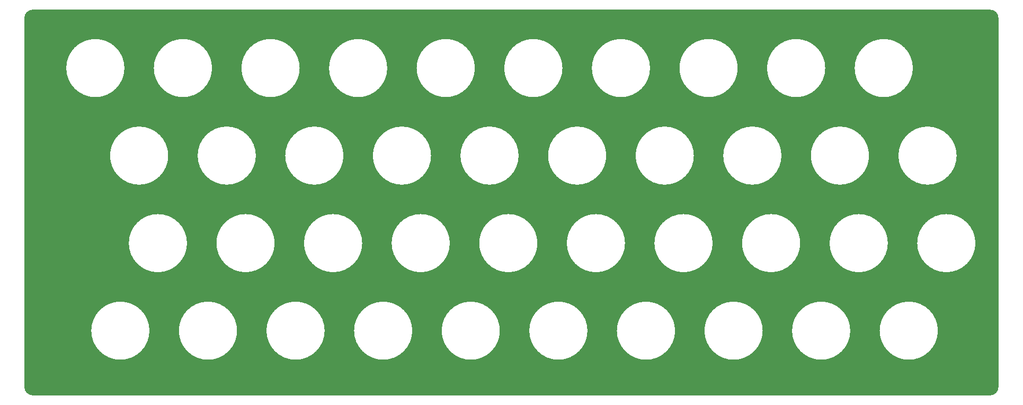
<source format=gbr>
G04 GENERATED BY PULSONIX 12.5 GERBER.DLL 9449*
G04 #@! TF.GenerationSoftware,Pulsonix,Pulsonix,12.5.9449*
G04 #@! TF.CreationDate,2024-10-04T20:16:51--1:00*
G04 #@! TF.Part,Single*
%FSLAX35Y35*%
%LPD*%
%MOMM*%
G04 #@! TF.FileFunction,Copper,L2,Bot*
G04 #@! TF.FilePolarity,Positive*
G04 #@! TA.AperFunction,OtherCopper,Copper*
%ADD10C,0.50000*%
G04 #@! TA.AperFunction,ViaPad*
%ADD12C,0.80000*%
G04 #@! TD.AperFunction*
X0Y0D02*
D02*
D10*
X1040800Y6650000D02*
Y750000D01*
G75*
G03*
X1150000Y640800I109200J0D01*
G01*
X16450000D01*
G75*
G03*
X16559200Y750000I0J109200D01*
G01*
Y6650000D01*
G75*
G03*
X16450000Y6759200I-109200J0D01*
G01*
X1150000D01*
G75*
G03*
X1040800Y6650000I0J-109200D01*
G01*
X2640240Y5850000D02*
G75*
G02*
X1659760I-490240J0D01*
G01*
G75*
G02*
X2640240I490240J0D01*
G01*
X3040240Y1650000D02*
G75*
G02*
X2059760I-490240J0D01*
G01*
G75*
G02*
X3040240I490240J0D01*
G01*
X3340240Y4450000D02*
G75*
G02*
X2359760I-490240J0D01*
G01*
G75*
G02*
X3340240I490240J0D01*
G01*
X3640240Y3050000D02*
G75*
G02*
X2659760I-490240J0D01*
G01*
G75*
G02*
X3640240I490240J0D01*
G01*
X4440240Y1650000D02*
G75*
G02*
X3459760I-490240J0D01*
G01*
G75*
G02*
X4440240I490240J0D01*
G01*
X4040240Y5850000D02*
G75*
G02*
X3059760I-490240J0D01*
G01*
G75*
G02*
X4040240I490240J0D01*
G01*
X4740240Y4450000D02*
G75*
G02*
X3759760I-490240J0D01*
G01*
G75*
G02*
X4740240I490240J0D01*
G01*
X5040240Y3050000D02*
G75*
G02*
X4059760I-490240J0D01*
G01*
G75*
G02*
X5040240I490240J0D01*
G01*
X5840240Y1650000D02*
G75*
G02*
X4859760I-490240J0D01*
G01*
G75*
G02*
X5840240I490240J0D01*
G01*
X5440240Y5850000D02*
G75*
G02*
X4459760I-490240J0D01*
G01*
G75*
G02*
X5440240I490240J0D01*
G01*
X6140240Y4450000D02*
G75*
G02*
X5159760I-490240J0D01*
G01*
G75*
G02*
X6140240I490240J0D01*
G01*
X6440240Y3050000D02*
G75*
G02*
X5459760I-490240J0D01*
G01*
G75*
G02*
X6440240I490240J0D01*
G01*
X7240240Y1650000D02*
G75*
G02*
X6259760I-490240J0D01*
G01*
G75*
G02*
X7240240I490240J0D01*
G01*
X6840240Y5850000D02*
G75*
G02*
X5859760I-490240J0D01*
G01*
G75*
G02*
X6840240I490240J0D01*
G01*
X7540240Y4450000D02*
G75*
G02*
X6559760I-490240J0D01*
G01*
G75*
G02*
X7540240I490240J0D01*
G01*
X7840240Y3050000D02*
G75*
G02*
X6859760I-490240J0D01*
G01*
G75*
G02*
X7840240I490240J0D01*
G01*
X8640240Y1650000D02*
G75*
G02*
X7659760I-490240J0D01*
G01*
G75*
G02*
X8640240I490240J0D01*
G01*
X8240240Y5850000D02*
G75*
G02*
X7259760I-490240J0D01*
G01*
G75*
G02*
X8240240I490240J0D01*
G01*
X8940240Y4450000D02*
G75*
G02*
X7959760I-490240J0D01*
G01*
G75*
G02*
X8940240I490240J0D01*
G01*
X9240240Y3050000D02*
G75*
G02*
X8259760I-490240J0D01*
G01*
G75*
G02*
X9240240I490240J0D01*
G01*
X10040240Y1650000D02*
G75*
G02*
X9059760I-490240J0D01*
G01*
G75*
G02*
X10040240I490240J0D01*
G01*
X9640240Y5850000D02*
G75*
G02*
X8659760I-490240J0D01*
G01*
G75*
G02*
X9640240I490240J0D01*
G01*
X10340240Y4450000D02*
G75*
G02*
X9359760I-490240J0D01*
G01*
G75*
G02*
X10340240I490240J0D01*
G01*
X10640240Y3050000D02*
G75*
G02*
X9659760I-490240J0D01*
G01*
G75*
G02*
X10640240I490240J0D01*
G01*
X11440240Y1650000D02*
G75*
G02*
X10459760I-490240J0D01*
G01*
G75*
G02*
X11440240I490240J0D01*
G01*
X11040240Y5850000D02*
G75*
G02*
X10059760I-490240J0D01*
G01*
G75*
G02*
X11040240I490240J0D01*
G01*
X11740240Y4450000D02*
G75*
G02*
X10759760I-490240J0D01*
G01*
G75*
G02*
X11740240I490240J0D01*
G01*
X12040240Y3050000D02*
G75*
G02*
X11059760I-490240J0D01*
G01*
G75*
G02*
X12040240I490240J0D01*
G01*
X12840240Y1650000D02*
G75*
G02*
X11859760I-490240J0D01*
G01*
G75*
G02*
X12840240I490240J0D01*
G01*
X12440240Y5850000D02*
G75*
G02*
X11459760I-490240J0D01*
G01*
G75*
G02*
X12440240I490240J0D01*
G01*
X13140240Y4450000D02*
G75*
G02*
X12159760I-490240J0D01*
G01*
G75*
G02*
X13140240I490240J0D01*
G01*
X13440240Y3050000D02*
G75*
G02*
X12459760I-490240J0D01*
G01*
G75*
G02*
X13440240I490240J0D01*
G01*
X14240240Y1650000D02*
G75*
G02*
X13259760I-490240J0D01*
G01*
G75*
G02*
X14240240I490240J0D01*
G01*
X13840240Y5850000D02*
G75*
G02*
X12859760I-490240J0D01*
G01*
G75*
G02*
X13840240I490240J0D01*
G01*
X14540240Y4450000D02*
G75*
G02*
X13559760I-490240J0D01*
G01*
G75*
G02*
X14540240I490240J0D01*
G01*
X14840240Y3050000D02*
G75*
G02*
X13859760I-490240J0D01*
G01*
G75*
G02*
X14840240I490240J0D01*
G01*
X15640240Y1650000D02*
G75*
G02*
X14659760I-490240J0D01*
G01*
G75*
G02*
X15640240I490240J0D01*
G01*
X15240240Y5850000D02*
G75*
G02*
X14259760I-490240J0D01*
G01*
G75*
G02*
X15240240I490240J0D01*
G01*
X15940240Y4450000D02*
G75*
G02*
X14959760I-490240J0D01*
G01*
G75*
G02*
X15940240I490240J0D01*
G01*
X16240240Y3050000D02*
G75*
G02*
X15259760I-490240J0D01*
G01*
G75*
G02*
X16240240I490240J0D01*
G01*
X1040800Y1650000D02*
G36*
X1040800Y1650000D02*
Y750000D01*
G75*
G03*
X1150000Y640800I109200J0D01*
G01*
X16450000D01*
G75*
G03*
X16559200Y750000I0J109200D01*
G01*
Y1650000D01*
X15640240D01*
G75*
G02*
X14659760I-490240J0D01*
G01*
X14240240D01*
G75*
G02*
X13259760I-490240J0D01*
G01*
X12840240D01*
G75*
G02*
X11859760I-490240J0D01*
G01*
X11440240D01*
G75*
G02*
X10459760I-490240J0D01*
G01*
X10040240D01*
G75*
G02*
X9059760I-490240J0D01*
G01*
X8640240D01*
G75*
G02*
X7659760I-490240J0D01*
G01*
X7240240D01*
G75*
G02*
X6259760I-490240J0D01*
G01*
X5840240D01*
G75*
G02*
X4859760I-490240J0D01*
G01*
X4440240D01*
G75*
G02*
X3459760I-490240J0D01*
G01*
X3040240D01*
G75*
G02*
X2059760I-490240J0D01*
G01*
X1040800D01*
G37*
Y3050000D02*
G36*
X1040800Y3050000D02*
Y1650000D01*
X2059760D01*
G75*
G02*
X3040240I490240J0D01*
G01*
X3459760D01*
G75*
G02*
X4440240I490240J0D01*
G01*
X4859760D01*
G75*
G02*
X5840240I490240J0D01*
G01*
X6259760D01*
G75*
G02*
X7240240I490240J0D01*
G01*
X7659760D01*
G75*
G02*
X8640240I490240J0D01*
G01*
X9059760D01*
G75*
G02*
X10040240I490240J0D01*
G01*
X10459760D01*
G75*
G02*
X11440240I490240J0D01*
G01*
X11859760D01*
G75*
G02*
X12840240I490240J0D01*
G01*
X13259760D01*
G75*
G02*
X14240240I490240J0D01*
G01*
X14659760D01*
G75*
G02*
X15640240I490240J0D01*
G01*
X16559200D01*
Y3050000D01*
X16240240D01*
G75*
G02*
X15259760I-490240J0D01*
G01*
X14840240D01*
G75*
G02*
X13859760I-490240J0D01*
G01*
X13440240D01*
G75*
G02*
X12459760I-490240J0D01*
G01*
X12040240D01*
G75*
G02*
X11059760I-490240J0D01*
G01*
X10640240D01*
G75*
G02*
X9659760I-490240J0D01*
G01*
X9240240D01*
G75*
G02*
X8259760I-490240J0D01*
G01*
X7840240D01*
G75*
G02*
X6859760I-490240J0D01*
G01*
X6440240D01*
G75*
G02*
X5459760I-490240J0D01*
G01*
X5040240D01*
G75*
G02*
X4059760I-490240J0D01*
G01*
X3640240D01*
G75*
G02*
X2659760I-490240J0D01*
G01*
X1040800D01*
G37*
Y4450000D02*
G36*
X1040800Y4450000D02*
Y3050000D01*
X2659760D01*
G75*
G02*
X3640240I490240J0D01*
G01*
X4059760D01*
G75*
G02*
X5040240I490240J0D01*
G01*
X5459760D01*
G75*
G02*
X6440240I490240J0D01*
G01*
X6859760D01*
G75*
G02*
X7840240I490240J0D01*
G01*
X8259760D01*
G75*
G02*
X9240240I490240J0D01*
G01*
X9659760D01*
G75*
G02*
X10640240I490240J0D01*
G01*
X11059760D01*
G75*
G02*
X12040240I490240J0D01*
G01*
X12459760D01*
G75*
G02*
X13440240I490240J0D01*
G01*
X13859760D01*
G75*
G02*
X14840240I490240J0D01*
G01*
X15259760D01*
G75*
G02*
X16240240I490240J0D01*
G01*
X16559200D01*
Y4450000D01*
X15940240D01*
G75*
G02*
X14959760I-490240J0D01*
G01*
X14540240D01*
G75*
G02*
X13559760I-490240J0D01*
G01*
X13140240D01*
G75*
G02*
X12159760I-490240J0D01*
G01*
X11740240D01*
G75*
G02*
X10759760I-490240J0D01*
G01*
X10340240D01*
G75*
G02*
X9359760I-490240J0D01*
G01*
X8940240D01*
G75*
G02*
X7959760I-490240J0D01*
G01*
X7540240D01*
G75*
G02*
X6559760I-490240J0D01*
G01*
X6140240D01*
G75*
G02*
X5159760I-490240J0D01*
G01*
X4740240D01*
G75*
G02*
X3759760I-490240J0D01*
G01*
X3340240D01*
G75*
G02*
X2359760I-490240J0D01*
G01*
X1040800D01*
G37*
Y5850000D02*
G36*
X1040800Y5850000D02*
Y4450000D01*
X2359760D01*
G75*
G02*
X3340240I490240J0D01*
G01*
X3759760D01*
G75*
G02*
X4740240I490240J0D01*
G01*
X5159760D01*
G75*
G02*
X6140240I490240J0D01*
G01*
X6559760D01*
G75*
G02*
X7540240I490240J0D01*
G01*
X7959760D01*
G75*
G02*
X8940240I490240J0D01*
G01*
X9359760D01*
G75*
G02*
X10340240I490240J0D01*
G01*
X10759760D01*
G75*
G02*
X11740240I490240J0D01*
G01*
X12159760D01*
G75*
G02*
X13140240I490240J0D01*
G01*
X13559760D01*
G75*
G02*
X14540240I490240J0D01*
G01*
X14959760D01*
G75*
G02*
X15940240I490240J0D01*
G01*
X16559200D01*
Y5850000D01*
X15240240D01*
G75*
G02*
X14259760I-490240J0D01*
G01*
X13840240D01*
G75*
G02*
X12859760I-490240J0D01*
G01*
X12440240D01*
G75*
G02*
X11459760I-490240J0D01*
G01*
X11040240D01*
G75*
G02*
X10059760I-490240J0D01*
G01*
X9640240D01*
G75*
G02*
X8659760I-490240J0D01*
G01*
X8240240D01*
G75*
G02*
X7259760I-490240J0D01*
G01*
X6840240D01*
G75*
G02*
X5859760I-490240J0D01*
G01*
X5440240D01*
G75*
G02*
X4459760I-490240J0D01*
G01*
X4040240D01*
G75*
G02*
X3059760I-490240J0D01*
G01*
X2640240D01*
G75*
G02*
X1659760I-490240J0D01*
G01*
X1040800D01*
G37*
Y6650000D02*
G36*
X1040800Y6650000D02*
Y5850000D01*
X1659760D01*
G75*
G02*
X2640240I490240J0D01*
G01*
X3059760D01*
G75*
G02*
X4040240I490240J0D01*
G01*
X4459760D01*
G75*
G02*
X5440240I490240J0D01*
G01*
X5859760D01*
G75*
G02*
X6840240I490240J0D01*
G01*
X7259760D01*
G75*
G02*
X8240240I490240J0D01*
G01*
X8659760D01*
G75*
G02*
X9640240I490240J0D01*
G01*
X10059760D01*
G75*
G02*
X11040240I490240J0D01*
G01*
X11459760D01*
G75*
G02*
X12440240I490240J0D01*
G01*
X12859760D01*
G75*
G02*
X13840240I490240J0D01*
G01*
X14259760D01*
G75*
G02*
X15240240I490240J0D01*
G01*
X16559200D01*
Y6650000D01*
G75*
G03*
X16450000Y6759200I-109200J0D01*
G01*
X1150000D01*
G75*
G03*
X1040800Y6650000I0J-109200D01*
G01*
G37*
D02*
D12*
X4650000Y950000D03*
X11250000Y6550000D03*
X14050000D03*
X14450000Y1050000D03*
X0Y0D02*
M02*

</source>
